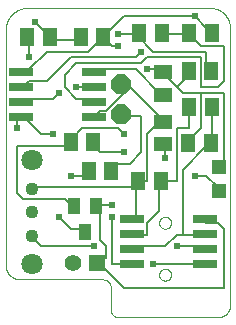
<source format=gbl>
G75*
%MOIN*%
%OFA0B0*%
%FSLAX25Y25*%
%IPPOS*%
%LPD*%
%AMOC8*
5,1,8,0,0,1.08239X$1,22.5*
%
%ADD10C,0.00000*%
%ADD11R,0.05118X0.05906*%
%ADD12R,0.05118X0.06299*%
%ADD13R,0.08000X0.02600*%
%ADD14R,0.05906X0.05118*%
%ADD15R,0.04724X0.04724*%
%ADD16R,0.06299X0.05118*%
%ADD17C,0.04362*%
%ADD18C,0.07087*%
%ADD19OC8,0.06600*%
%ADD20R,0.03937X0.05512*%
%ADD21R,0.05600X0.05600*%
%ADD22C,0.05600*%
%ADD23C,0.00800*%
%ADD24C,0.02400*%
D10*
X0016292Y0013630D02*
X0043885Y0013630D01*
X0043986Y0013628D01*
X0044087Y0013622D01*
X0044188Y0013613D01*
X0044288Y0013599D01*
X0044388Y0013582D01*
X0044487Y0013561D01*
X0044585Y0013536D01*
X0044682Y0013507D01*
X0044778Y0013475D01*
X0044872Y0013439D01*
X0044965Y0013399D01*
X0045057Y0013356D01*
X0045147Y0013309D01*
X0045235Y0013259D01*
X0045321Y0013206D01*
X0045404Y0013149D01*
X0045486Y0013089D01*
X0045565Y0013027D01*
X0045642Y0012961D01*
X0045716Y0012892D01*
X0045788Y0012820D01*
X0045857Y0012746D01*
X0045923Y0012669D01*
X0045985Y0012590D01*
X0046045Y0012508D01*
X0046102Y0012425D01*
X0046155Y0012339D01*
X0046205Y0012251D01*
X0046252Y0012161D01*
X0046295Y0012069D01*
X0046335Y0011976D01*
X0046371Y0011882D01*
X0046403Y0011786D01*
X0046432Y0011689D01*
X0046457Y0011591D01*
X0046478Y0011492D01*
X0046495Y0011392D01*
X0046509Y0011292D01*
X0046518Y0011191D01*
X0046524Y0011090D01*
X0046526Y0010989D01*
X0046526Y0003552D01*
X0046525Y0003552D02*
X0046527Y0003453D01*
X0046533Y0003354D01*
X0046542Y0003256D01*
X0046556Y0003158D01*
X0046573Y0003060D01*
X0046595Y0002963D01*
X0046620Y0002868D01*
X0046648Y0002773D01*
X0046681Y0002679D01*
X0046717Y0002587D01*
X0046757Y0002497D01*
X0046800Y0002407D01*
X0046846Y0002320D01*
X0046896Y0002235D01*
X0046950Y0002151D01*
X0047006Y0002070D01*
X0047066Y0001991D01*
X0047129Y0001915D01*
X0047195Y0001841D01*
X0047263Y0001769D01*
X0047335Y0001701D01*
X0047409Y0001635D01*
X0047485Y0001572D01*
X0047564Y0001512D01*
X0047645Y0001456D01*
X0047729Y0001402D01*
X0047814Y0001352D01*
X0047901Y0001306D01*
X0047991Y0001263D01*
X0048081Y0001223D01*
X0048173Y0001187D01*
X0048267Y0001154D01*
X0048362Y0001126D01*
X0048457Y0001101D01*
X0048554Y0001079D01*
X0048652Y0001062D01*
X0048750Y0001048D01*
X0048848Y0001039D01*
X0048947Y0001033D01*
X0049046Y0001031D01*
X0082588Y0001031D01*
X0082714Y0001045D01*
X0082839Y0001063D01*
X0082964Y0001085D01*
X0083088Y0001110D01*
X0083211Y0001140D01*
X0083333Y0001173D01*
X0083455Y0001210D01*
X0083575Y0001251D01*
X0083693Y0001295D01*
X0083811Y0001343D01*
X0083926Y0001395D01*
X0084040Y0001450D01*
X0084153Y0001508D01*
X0084263Y0001570D01*
X0084372Y0001636D01*
X0084478Y0001704D01*
X0084583Y0001776D01*
X0084685Y0001852D01*
X0084784Y0001930D01*
X0084881Y0002011D01*
X0084976Y0002095D01*
X0085068Y0002182D01*
X0085157Y0002272D01*
X0085244Y0002365D01*
X0085327Y0002460D01*
X0085408Y0002558D01*
X0085486Y0002658D01*
X0085560Y0002761D01*
X0085631Y0002865D01*
X0085699Y0002972D01*
X0085764Y0003081D01*
X0085825Y0003192D01*
X0085883Y0003305D01*
X0085937Y0003419D01*
X0085988Y0003535D01*
X0086035Y0003653D01*
X0086079Y0003772D01*
X0086119Y0003892D01*
X0086155Y0004014D01*
X0086187Y0004136D01*
X0086216Y0004260D01*
X0086241Y0004384D01*
X0086261Y0004509D01*
X0086279Y0004635D01*
X0086292Y0004761D01*
X0086301Y0004887D01*
X0086306Y0005013D01*
X0086308Y0005140D01*
X0086306Y0005267D01*
X0086299Y0005393D01*
X0086289Y0005520D01*
X0086289Y0097463D01*
X0086287Y0097624D01*
X0086281Y0097786D01*
X0086271Y0097947D01*
X0086258Y0098108D01*
X0086240Y0098268D01*
X0086219Y0098428D01*
X0086194Y0098587D01*
X0086165Y0098746D01*
X0086132Y0098904D01*
X0086095Y0099061D01*
X0086054Y0099218D01*
X0086010Y0099373D01*
X0085962Y0099527D01*
X0085910Y0099680D01*
X0085855Y0099831D01*
X0085796Y0099982D01*
X0085733Y0100130D01*
X0085667Y0100278D01*
X0085597Y0100423D01*
X0085524Y0100567D01*
X0085447Y0100709D01*
X0085367Y0100849D01*
X0085284Y0100987D01*
X0085197Y0101123D01*
X0085107Y0101257D01*
X0085013Y0101389D01*
X0084917Y0101518D01*
X0084817Y0101645D01*
X0084715Y0101770D01*
X0084609Y0101892D01*
X0084501Y0102012D01*
X0084389Y0102128D01*
X0084275Y0102242D01*
X0084159Y0102354D01*
X0084039Y0102462D01*
X0083917Y0102568D01*
X0083792Y0102670D01*
X0083665Y0102770D01*
X0083536Y0102866D01*
X0083404Y0102960D01*
X0083270Y0103050D01*
X0083134Y0103137D01*
X0082996Y0103220D01*
X0082856Y0103300D01*
X0082714Y0103377D01*
X0082570Y0103450D01*
X0082425Y0103520D01*
X0082277Y0103586D01*
X0082129Y0103649D01*
X0081978Y0103708D01*
X0081827Y0103763D01*
X0081674Y0103815D01*
X0081520Y0103863D01*
X0081365Y0103907D01*
X0081208Y0103948D01*
X0081051Y0103985D01*
X0080893Y0104018D01*
X0080734Y0104047D01*
X0080575Y0104072D01*
X0080415Y0104093D01*
X0080255Y0104111D01*
X0080094Y0104124D01*
X0079933Y0104134D01*
X0079771Y0104140D01*
X0079610Y0104142D01*
X0018866Y0104142D01*
X0018866Y0104141D02*
X0018688Y0104139D01*
X0018509Y0104132D01*
X0018331Y0104122D01*
X0018154Y0104107D01*
X0017976Y0104087D01*
X0017800Y0104064D01*
X0017624Y0104036D01*
X0017448Y0104004D01*
X0017274Y0103967D01*
X0017100Y0103927D01*
X0016927Y0103882D01*
X0016756Y0103833D01*
X0016585Y0103780D01*
X0016417Y0103723D01*
X0016249Y0103661D01*
X0016083Y0103596D01*
X0015919Y0103527D01*
X0015756Y0103454D01*
X0015595Y0103377D01*
X0015436Y0103296D01*
X0015279Y0103211D01*
X0015125Y0103122D01*
X0014972Y0103030D01*
X0014822Y0102934D01*
X0014674Y0102835D01*
X0014528Y0102732D01*
X0014385Y0102625D01*
X0014245Y0102515D01*
X0014107Y0102402D01*
X0013972Y0102285D01*
X0013840Y0102165D01*
X0013711Y0102042D01*
X0013585Y0101916D01*
X0013462Y0101787D01*
X0013342Y0101655D01*
X0013225Y0101520D01*
X0013112Y0101382D01*
X0013002Y0101242D01*
X0012895Y0101099D01*
X0012792Y0100953D01*
X0012693Y0100805D01*
X0012597Y0100655D01*
X0012505Y0100502D01*
X0012416Y0100348D01*
X0012331Y0100191D01*
X0012250Y0100032D01*
X0012173Y0099871D01*
X0012100Y0099708D01*
X0012031Y0099544D01*
X0011966Y0099378D01*
X0011904Y0099210D01*
X0011847Y0099042D01*
X0011794Y0098871D01*
X0011745Y0098700D01*
X0011700Y0098527D01*
X0011660Y0098353D01*
X0011623Y0098179D01*
X0011591Y0098003D01*
X0011563Y0097827D01*
X0011540Y0097651D01*
X0011520Y0097473D01*
X0011505Y0097296D01*
X0011495Y0097118D01*
X0011488Y0096939D01*
X0011486Y0096761D01*
X0011486Y0018436D01*
X0011488Y0018299D01*
X0011494Y0018162D01*
X0011504Y0018025D01*
X0011517Y0017888D01*
X0011535Y0017752D01*
X0011556Y0017616D01*
X0011582Y0017482D01*
X0011611Y0017347D01*
X0011644Y0017214D01*
X0011681Y0017082D01*
X0011721Y0016951D01*
X0011765Y0016821D01*
X0011813Y0016692D01*
X0011865Y0016565D01*
X0011920Y0016440D01*
X0011979Y0016315D01*
X0012041Y0016193D01*
X0012107Y0016073D01*
X0012176Y0015954D01*
X0012249Y0015838D01*
X0012325Y0015723D01*
X0012404Y0015611D01*
X0012486Y0015501D01*
X0012571Y0015394D01*
X0012660Y0015289D01*
X0012751Y0015186D01*
X0012845Y0015087D01*
X0012943Y0014989D01*
X0013042Y0014895D01*
X0013145Y0014804D01*
X0013250Y0014715D01*
X0013357Y0014630D01*
X0013467Y0014548D01*
X0013579Y0014469D01*
X0013694Y0014393D01*
X0013810Y0014320D01*
X0013929Y0014251D01*
X0014049Y0014185D01*
X0014171Y0014123D01*
X0014296Y0014064D01*
X0014421Y0014009D01*
X0014548Y0013957D01*
X0014677Y0013909D01*
X0014807Y0013865D01*
X0014938Y0013825D01*
X0015070Y0013788D01*
X0015203Y0013755D01*
X0015338Y0013726D01*
X0015472Y0013700D01*
X0015608Y0013679D01*
X0015744Y0013661D01*
X0015881Y0013648D01*
X0016018Y0013638D01*
X0016155Y0013632D01*
X0016292Y0013630D01*
X0062667Y0015205D02*
X0062669Y0015293D01*
X0062675Y0015381D01*
X0062685Y0015469D01*
X0062699Y0015557D01*
X0062716Y0015643D01*
X0062738Y0015729D01*
X0062763Y0015813D01*
X0062793Y0015897D01*
X0062825Y0015979D01*
X0062862Y0016059D01*
X0062902Y0016138D01*
X0062946Y0016215D01*
X0062993Y0016290D01*
X0063043Y0016362D01*
X0063097Y0016433D01*
X0063153Y0016500D01*
X0063213Y0016566D01*
X0063275Y0016628D01*
X0063341Y0016688D01*
X0063408Y0016744D01*
X0063479Y0016798D01*
X0063551Y0016848D01*
X0063626Y0016895D01*
X0063703Y0016939D01*
X0063782Y0016979D01*
X0063862Y0017016D01*
X0063944Y0017048D01*
X0064028Y0017078D01*
X0064112Y0017103D01*
X0064198Y0017125D01*
X0064284Y0017142D01*
X0064372Y0017156D01*
X0064460Y0017166D01*
X0064548Y0017172D01*
X0064636Y0017174D01*
X0064724Y0017172D01*
X0064812Y0017166D01*
X0064900Y0017156D01*
X0064988Y0017142D01*
X0065074Y0017125D01*
X0065160Y0017103D01*
X0065244Y0017078D01*
X0065328Y0017048D01*
X0065410Y0017016D01*
X0065490Y0016979D01*
X0065569Y0016939D01*
X0065646Y0016895D01*
X0065721Y0016848D01*
X0065793Y0016798D01*
X0065864Y0016744D01*
X0065931Y0016688D01*
X0065997Y0016628D01*
X0066059Y0016566D01*
X0066119Y0016500D01*
X0066175Y0016433D01*
X0066229Y0016362D01*
X0066279Y0016290D01*
X0066326Y0016215D01*
X0066370Y0016138D01*
X0066410Y0016059D01*
X0066447Y0015979D01*
X0066479Y0015897D01*
X0066509Y0015813D01*
X0066534Y0015729D01*
X0066556Y0015643D01*
X0066573Y0015557D01*
X0066587Y0015469D01*
X0066597Y0015381D01*
X0066603Y0015293D01*
X0066605Y0015205D01*
X0066603Y0015117D01*
X0066597Y0015029D01*
X0066587Y0014941D01*
X0066573Y0014853D01*
X0066556Y0014767D01*
X0066534Y0014681D01*
X0066509Y0014597D01*
X0066479Y0014513D01*
X0066447Y0014431D01*
X0066410Y0014351D01*
X0066370Y0014272D01*
X0066326Y0014195D01*
X0066279Y0014120D01*
X0066229Y0014048D01*
X0066175Y0013977D01*
X0066119Y0013910D01*
X0066059Y0013844D01*
X0065997Y0013782D01*
X0065931Y0013722D01*
X0065864Y0013666D01*
X0065793Y0013612D01*
X0065721Y0013562D01*
X0065646Y0013515D01*
X0065569Y0013471D01*
X0065490Y0013431D01*
X0065410Y0013394D01*
X0065328Y0013362D01*
X0065244Y0013332D01*
X0065160Y0013307D01*
X0065074Y0013285D01*
X0064988Y0013268D01*
X0064900Y0013254D01*
X0064812Y0013244D01*
X0064724Y0013238D01*
X0064636Y0013236D01*
X0064548Y0013238D01*
X0064460Y0013244D01*
X0064372Y0013254D01*
X0064284Y0013268D01*
X0064198Y0013285D01*
X0064112Y0013307D01*
X0064028Y0013332D01*
X0063944Y0013362D01*
X0063862Y0013394D01*
X0063782Y0013431D01*
X0063703Y0013471D01*
X0063626Y0013515D01*
X0063551Y0013562D01*
X0063479Y0013612D01*
X0063408Y0013666D01*
X0063341Y0013722D01*
X0063275Y0013782D01*
X0063213Y0013844D01*
X0063153Y0013910D01*
X0063097Y0013977D01*
X0063043Y0014048D01*
X0062993Y0014120D01*
X0062946Y0014195D01*
X0062902Y0014272D01*
X0062862Y0014351D01*
X0062825Y0014431D01*
X0062793Y0014513D01*
X0062763Y0014597D01*
X0062738Y0014681D01*
X0062716Y0014767D01*
X0062699Y0014853D01*
X0062685Y0014941D01*
X0062675Y0015029D01*
X0062669Y0015117D01*
X0062667Y0015205D01*
X0062667Y0032528D02*
X0062669Y0032616D01*
X0062675Y0032704D01*
X0062685Y0032792D01*
X0062699Y0032880D01*
X0062716Y0032966D01*
X0062738Y0033052D01*
X0062763Y0033136D01*
X0062793Y0033220D01*
X0062825Y0033302D01*
X0062862Y0033382D01*
X0062902Y0033461D01*
X0062946Y0033538D01*
X0062993Y0033613D01*
X0063043Y0033685D01*
X0063097Y0033756D01*
X0063153Y0033823D01*
X0063213Y0033889D01*
X0063275Y0033951D01*
X0063341Y0034011D01*
X0063408Y0034067D01*
X0063479Y0034121D01*
X0063551Y0034171D01*
X0063626Y0034218D01*
X0063703Y0034262D01*
X0063782Y0034302D01*
X0063862Y0034339D01*
X0063944Y0034371D01*
X0064028Y0034401D01*
X0064112Y0034426D01*
X0064198Y0034448D01*
X0064284Y0034465D01*
X0064372Y0034479D01*
X0064460Y0034489D01*
X0064548Y0034495D01*
X0064636Y0034497D01*
X0064724Y0034495D01*
X0064812Y0034489D01*
X0064900Y0034479D01*
X0064988Y0034465D01*
X0065074Y0034448D01*
X0065160Y0034426D01*
X0065244Y0034401D01*
X0065328Y0034371D01*
X0065410Y0034339D01*
X0065490Y0034302D01*
X0065569Y0034262D01*
X0065646Y0034218D01*
X0065721Y0034171D01*
X0065793Y0034121D01*
X0065864Y0034067D01*
X0065931Y0034011D01*
X0065997Y0033951D01*
X0066059Y0033889D01*
X0066119Y0033823D01*
X0066175Y0033756D01*
X0066229Y0033685D01*
X0066279Y0033613D01*
X0066326Y0033538D01*
X0066370Y0033461D01*
X0066410Y0033382D01*
X0066447Y0033302D01*
X0066479Y0033220D01*
X0066509Y0033136D01*
X0066534Y0033052D01*
X0066556Y0032966D01*
X0066573Y0032880D01*
X0066587Y0032792D01*
X0066597Y0032704D01*
X0066603Y0032616D01*
X0066605Y0032528D01*
X0066603Y0032440D01*
X0066597Y0032352D01*
X0066587Y0032264D01*
X0066573Y0032176D01*
X0066556Y0032090D01*
X0066534Y0032004D01*
X0066509Y0031920D01*
X0066479Y0031836D01*
X0066447Y0031754D01*
X0066410Y0031674D01*
X0066370Y0031595D01*
X0066326Y0031518D01*
X0066279Y0031443D01*
X0066229Y0031371D01*
X0066175Y0031300D01*
X0066119Y0031233D01*
X0066059Y0031167D01*
X0065997Y0031105D01*
X0065931Y0031045D01*
X0065864Y0030989D01*
X0065793Y0030935D01*
X0065721Y0030885D01*
X0065646Y0030838D01*
X0065569Y0030794D01*
X0065490Y0030754D01*
X0065410Y0030717D01*
X0065328Y0030685D01*
X0065244Y0030655D01*
X0065160Y0030630D01*
X0065074Y0030608D01*
X0064988Y0030591D01*
X0064900Y0030577D01*
X0064812Y0030567D01*
X0064724Y0030561D01*
X0064636Y0030559D01*
X0064548Y0030561D01*
X0064460Y0030567D01*
X0064372Y0030577D01*
X0064284Y0030591D01*
X0064198Y0030608D01*
X0064112Y0030630D01*
X0064028Y0030655D01*
X0063944Y0030685D01*
X0063862Y0030717D01*
X0063782Y0030754D01*
X0063703Y0030794D01*
X0063626Y0030838D01*
X0063551Y0030885D01*
X0063479Y0030935D01*
X0063408Y0030989D01*
X0063341Y0031045D01*
X0063275Y0031105D01*
X0063213Y0031167D01*
X0063153Y0031233D01*
X0063097Y0031300D01*
X0063043Y0031371D01*
X0062993Y0031443D01*
X0062946Y0031518D01*
X0062902Y0031595D01*
X0062862Y0031674D01*
X0062825Y0031754D01*
X0062793Y0031836D01*
X0062763Y0031920D01*
X0062738Y0032004D01*
X0062716Y0032090D01*
X0062699Y0032176D01*
X0062685Y0032264D01*
X0062675Y0032352D01*
X0062669Y0032440D01*
X0062667Y0032528D01*
D11*
X0046722Y0049850D03*
X0039242Y0049850D03*
X0072392Y0059102D03*
X0079872Y0059102D03*
X0080030Y0083118D03*
X0072549Y0083118D03*
X0043967Y0094339D03*
X0036486Y0094339D03*
X0026250Y0094339D03*
X0018770Y0094339D03*
D12*
X0033148Y0059378D03*
X0040628Y0059378D03*
X0055778Y0046307D03*
X0063258Y0046307D03*
X0072691Y0071173D03*
X0080171Y0071173D03*
X0080203Y0095795D03*
X0072722Y0095795D03*
X0063455Y0095795D03*
X0055974Y0095795D03*
D13*
X0040909Y0082941D03*
X0040909Y0077941D03*
X0040909Y0072941D03*
X0040909Y0067941D03*
X0016709Y0067941D03*
X0016709Y0072941D03*
X0016709Y0077941D03*
X0016709Y0082941D03*
X0053717Y0033728D03*
X0053717Y0028728D03*
X0053717Y0023728D03*
X0053717Y0018728D03*
X0077917Y0018728D03*
X0077917Y0023728D03*
X0077917Y0028728D03*
X0077917Y0033728D03*
D14*
X0063848Y0075244D03*
X0063848Y0082724D03*
D15*
X0082746Y0051228D03*
X0082746Y0042961D03*
D16*
X0063848Y0058709D03*
X0063848Y0066189D03*
D17*
X0020148Y0043945D03*
X0020148Y0036071D03*
X0020148Y0028197D03*
D18*
X0020148Y0018748D03*
X0020148Y0053394D03*
D19*
X0050069Y0068866D03*
X0050069Y0078866D03*
D20*
X0041604Y0038039D03*
X0034124Y0038039D03*
X0037864Y0029378D03*
D21*
X0041801Y0019142D03*
D22*
X0033927Y0019142D03*
D23*
X0041014Y0024654D02*
X0023297Y0024654D01*
X0021329Y0026622D01*
X0020148Y0028197D01*
X0029203Y0034496D02*
X0033140Y0030559D01*
X0037077Y0030559D01*
X0037864Y0029378D01*
X0042982Y0026622D02*
X0044951Y0024654D01*
X0044951Y0020717D01*
X0042982Y0020717D01*
X0041801Y0019142D01*
X0042982Y0018748D01*
X0050856Y0010874D01*
X0084321Y0010874D01*
X0084321Y0030559D01*
X0082352Y0032528D01*
X0078415Y0032528D01*
X0077917Y0033728D01*
X0077917Y0028728D02*
X0076447Y0028591D01*
X0070541Y0028591D01*
X0070541Y0050244D01*
X0078415Y0058118D01*
X0079872Y0059102D01*
X0080384Y0060087D01*
X0080384Y0069929D01*
X0080171Y0071173D01*
X0076447Y0075835D02*
X0076447Y0064024D01*
X0072510Y0060087D01*
X0072392Y0059102D01*
X0072510Y0064024D02*
X0068573Y0064024D01*
X0068573Y0046307D01*
X0063258Y0046307D01*
X0062667Y0046307D01*
X0062667Y0036465D01*
X0058730Y0032528D01*
X0058730Y0028591D01*
X0054793Y0028591D01*
X0053717Y0028728D01*
X0054793Y0024654D02*
X0053717Y0023728D01*
X0054793Y0024654D02*
X0064636Y0024654D01*
X0068573Y0028591D01*
X0070541Y0028591D01*
X0068573Y0024654D02*
X0076447Y0024654D01*
X0077917Y0023728D01*
X0077917Y0018728D02*
X0076447Y0018748D01*
X0060699Y0018748D01*
X0053717Y0018728D02*
X0052825Y0018748D01*
X0046919Y0018748D01*
X0046919Y0034496D01*
X0046919Y0038433D02*
X0042982Y0038433D01*
X0041604Y0038039D01*
X0042982Y0036465D01*
X0042982Y0026622D01*
X0034124Y0038039D02*
X0033140Y0038433D01*
X0031171Y0040402D01*
X0017392Y0040402D01*
X0015423Y0042370D01*
X0015423Y0058118D01*
X0033140Y0058118D01*
X0033148Y0059378D01*
X0033140Y0060087D01*
X0037077Y0064024D01*
X0048888Y0064024D01*
X0050856Y0062055D01*
X0050856Y0067961D02*
X0050069Y0068866D01*
X0050856Y0067961D02*
X0056762Y0067961D01*
X0056762Y0056150D01*
X0052825Y0052213D01*
X0048888Y0052213D01*
X0046919Y0050244D01*
X0046722Y0049850D01*
X0042982Y0056150D02*
X0050856Y0056150D01*
X0058730Y0062055D02*
X0058730Y0046307D01*
X0055778Y0046307D01*
X0054793Y0044339D01*
X0021329Y0044339D01*
X0020148Y0043945D01*
X0033140Y0048276D02*
X0039045Y0048276D01*
X0039242Y0049850D01*
X0042982Y0056150D02*
X0041014Y0058118D01*
X0040628Y0059378D01*
X0040909Y0067941D02*
X0041014Y0067961D01*
X0042982Y0069929D01*
X0044951Y0069929D01*
X0052825Y0077803D01*
X0050069Y0078866D01*
X0050856Y0077803D01*
X0052825Y0077803D01*
X0062667Y0067961D01*
X0063848Y0066189D01*
X0062667Y0065992D01*
X0058730Y0062055D01*
X0063848Y0058709D02*
X0064636Y0058118D01*
X0064636Y0054181D01*
X0055778Y0046307D02*
X0054793Y0046307D01*
X0054793Y0044339D01*
X0054793Y0034496D01*
X0053717Y0033728D01*
X0074478Y0048276D02*
X0078415Y0048276D01*
X0082352Y0044339D01*
X0082746Y0042961D01*
X0082746Y0051228D02*
X0084321Y0052213D01*
X0084321Y0075835D01*
X0076447Y0075835D01*
X0070541Y0075835D01*
X0068573Y0077803D01*
X0072510Y0081740D01*
X0072549Y0083118D01*
X0076447Y0087646D02*
X0076447Y0077803D01*
X0082352Y0077803D01*
X0084321Y0079772D01*
X0084321Y0091583D01*
X0076447Y0091583D01*
X0072510Y0095520D01*
X0072722Y0095795D01*
X0072510Y0095520D02*
X0064636Y0095520D01*
X0063455Y0095795D01*
X0060699Y0089614D02*
X0054793Y0095520D01*
X0055974Y0095795D01*
X0054793Y0095520D02*
X0048888Y0095520D01*
X0048888Y0091583D02*
X0046919Y0091583D01*
X0044951Y0093551D01*
X0043967Y0094339D01*
X0044951Y0095520D01*
X0050856Y0101425D01*
X0074478Y0101425D01*
X0078415Y0097488D01*
X0080203Y0095795D01*
X0078415Y0089614D02*
X0060699Y0089614D01*
X0058730Y0087646D02*
X0076447Y0087646D01*
X0078415Y0089614D02*
X0078415Y0083709D01*
X0080030Y0083118D01*
X0072691Y0071173D02*
X0072510Y0069929D01*
X0072510Y0064024D01*
X0063848Y0075244D02*
X0062667Y0075835D01*
X0054793Y0083709D01*
X0041014Y0083709D01*
X0040909Y0082941D01*
X0040909Y0077941D02*
X0039045Y0077803D01*
X0035108Y0077803D01*
X0031171Y0077803D02*
X0035108Y0073866D01*
X0039045Y0073866D01*
X0040909Y0072941D01*
X0031171Y0077803D02*
X0031171Y0081740D01*
X0035108Y0085677D01*
X0056762Y0085677D01*
X0058730Y0087646D01*
X0056762Y0089614D02*
X0054793Y0087646D01*
X0033140Y0087646D01*
X0025266Y0079772D01*
X0019360Y0079772D01*
X0017392Y0077803D01*
X0016709Y0077941D01*
X0017392Y0073866D02*
X0016709Y0072941D01*
X0017392Y0073866D02*
X0027234Y0073866D01*
X0029203Y0075835D01*
X0019360Y0083709D02*
X0017392Y0083709D01*
X0016709Y0082941D01*
X0019360Y0083709D02*
X0025266Y0089614D01*
X0039045Y0089614D01*
X0042982Y0093551D01*
X0043967Y0094339D01*
X0036486Y0094339D02*
X0035108Y0093551D01*
X0027234Y0093551D01*
X0026250Y0094339D01*
X0025266Y0095520D01*
X0021329Y0099457D01*
X0018770Y0094339D02*
X0019360Y0093551D01*
X0019360Y0087646D01*
X0017392Y0067961D02*
X0016709Y0067941D01*
X0015423Y0067961D01*
X0015423Y0064024D01*
X0017392Y0067961D02*
X0023297Y0062055D01*
X0027234Y0062055D01*
X0058730Y0083709D02*
X0062667Y0083709D01*
X0063848Y0082724D01*
X0064636Y0081740D01*
X0068573Y0077803D01*
D24*
X0058730Y0083709D03*
X0056762Y0089614D03*
X0048888Y0091583D03*
X0048888Y0095520D03*
X0035108Y0077803D03*
X0029203Y0075835D03*
X0019360Y0087646D03*
X0021329Y0099457D03*
X0015423Y0064024D03*
X0027234Y0062055D03*
X0033140Y0048276D03*
X0029203Y0034496D03*
X0041014Y0024654D03*
X0046919Y0034496D03*
X0046919Y0038433D03*
X0050856Y0056150D03*
X0050856Y0062055D03*
X0064636Y0054181D03*
X0074478Y0048276D03*
X0068573Y0024654D03*
X0060699Y0018748D03*
X0074478Y0101425D03*
M02*

</source>
